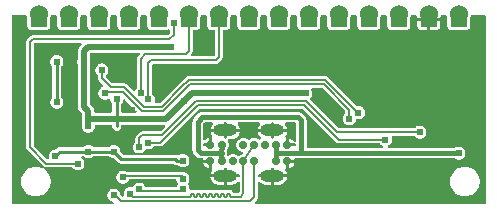
<source format=gbl>
G04 Layer: BottomLayer*
G04 EasyEDA v6.5.29, 2023-07-19 21:57:34*
G04 a2853ea9601d4119b13b16b9b4b396c2,5a6b42c53f6a479593ecc07194224c93,10*
G04 Gerber Generator version 0.2*
G04 Scale: 100 percent, Rotated: No, Reflected: No *
G04 Dimensions in millimeters *
G04 leading zeros omitted , absolute positions ,4 integer and 5 decimal *
%FSLAX45Y45*%
%MOMM*%

%AMMACRO1*21,1,$1,$2,0,0,$3*%
%ADD10C,0.1270*%
%ADD11C,0.2540*%
%ADD12C,0.5000*%
%ADD13C,0.3860*%
%ADD14MACRO1,1.2X1.4X-90.0000*%
%ADD15O,0.6999986X0.6999986*%
%ADD16O,1.9999959999999999X0.9999979999999999*%
%ADD17C,1.5240*%
%ADD18C,0.6096*%
%ADD19C,0.0103*%

%LPD*%
G36*
X1550212Y2165858D02*
G01*
X1546301Y2166620D01*
X1542999Y2168855D01*
X1540814Y2172106D01*
X1540052Y2176018D01*
X1540814Y2179929D01*
X1542999Y2183180D01*
X1546453Y2186635D01*
X1551025Y2192274D01*
X1554073Y2198268D01*
X1555851Y2204872D01*
X1556258Y2210206D01*
X1556258Y2380437D01*
X1557020Y2384298D01*
X1559255Y2387600D01*
X1562506Y2389835D01*
X1566418Y2390597D01*
X1593443Y2390597D01*
X1599742Y2391308D01*
X1605178Y2393238D01*
X1610106Y2396286D01*
X1614170Y2400401D01*
X1617268Y2405278D01*
X1619199Y2410764D01*
X1619910Y2417064D01*
X1619910Y2491232D01*
X1620469Y2494584D01*
X1622450Y2500325D01*
X1623618Y2505964D01*
X1624838Y2509164D01*
X1627124Y2511806D01*
X1630121Y2513482D01*
X1633575Y2514092D01*
X1668272Y2514092D01*
X1672539Y2513126D01*
X1675993Y2510485D01*
X1678076Y2506624D01*
X1681734Y2493213D01*
X1682089Y2490571D01*
X1682089Y2417064D01*
X1682800Y2410764D01*
X1684680Y2405278D01*
X1687779Y2400401D01*
X1691893Y2396286D01*
X1696770Y2393238D01*
X1702257Y2391308D01*
X1708556Y2390597D01*
X1735582Y2390597D01*
X1739493Y2389835D01*
X1742744Y2387600D01*
X1744980Y2384298D01*
X1745742Y2380437D01*
X1745742Y2176576D01*
X1744980Y2172665D01*
X1742236Y2168855D01*
X1738934Y2166620D01*
X1735023Y2165858D01*
G37*

%LPD*%
G36*
X963168Y1689201D02*
G01*
X959307Y1689963D01*
X956005Y1692198D01*
X953769Y1695500D01*
X953008Y1699361D01*
X953008Y1758391D01*
X953769Y1762302D01*
X956005Y1765604D01*
X957580Y1767179D01*
X963218Y1775206D01*
X967333Y1784096D01*
X970127Y1794713D01*
X972058Y1798523D01*
X975309Y1801164D01*
X979424Y1802282D01*
X983589Y1801622D01*
X987145Y1799336D01*
X1079906Y1706524D01*
X1082141Y1703273D01*
X1082903Y1699361D01*
X1082141Y1695500D01*
X1079906Y1692198D01*
X1076655Y1689963D01*
X1072743Y1689201D01*
G37*

%LPD*%
G36*
X734161Y1689201D02*
G01*
X730351Y1689963D01*
X727100Y1692097D01*
X724865Y1695246D01*
X724001Y1699056D01*
X723798Y1706270D01*
X723239Y1710588D01*
X722274Y1714957D01*
X720953Y1719173D01*
X719226Y1723288D01*
X717194Y1727200D01*
X714806Y1730959D01*
X712114Y1734464D01*
X708914Y1737969D01*
X688898Y1757984D01*
X686663Y1761286D01*
X685901Y1765198D01*
X685901Y2094992D01*
X686866Y2099310D01*
X687933Y2101646D01*
X690473Y2111095D01*
X691337Y2120900D01*
X690473Y2130704D01*
X687933Y2140153D01*
X686866Y2142490D01*
X685901Y2146808D01*
X685901Y2184501D01*
X686663Y2188413D01*
X688898Y2191664D01*
X691235Y2194001D01*
X694486Y2196236D01*
X698398Y2196998D01*
X1098143Y2196998D01*
X1102055Y2196236D01*
X1105306Y2194001D01*
X1107541Y2190699D01*
X1108303Y2186838D01*
X1107541Y2182926D01*
X1105306Y2179624D01*
X1095146Y2169464D01*
X1090574Y2163826D01*
X1087526Y2157831D01*
X1085748Y2151227D01*
X1085342Y2145893D01*
X1085342Y1905406D01*
X1084580Y1901494D01*
X1082344Y1898192D01*
X1074420Y1890369D01*
X1068781Y1882393D01*
X1067714Y1880057D01*
X1065428Y1876958D01*
X1062177Y1874875D01*
X1058367Y1874215D01*
X1054557Y1875028D01*
X1051356Y1877161D01*
X1001064Y1927453D01*
X995426Y1932025D01*
X989431Y1935073D01*
X982827Y1936851D01*
X977493Y1937257D01*
X881176Y1937257D01*
X877265Y1938020D01*
X873963Y1940255D01*
X822655Y1991563D01*
X820419Y1994865D01*
X819658Y1999183D01*
X820419Y2003094D01*
X822655Y2006396D01*
X830580Y2014220D01*
X836218Y2022246D01*
X840333Y2031136D01*
X842873Y2040636D01*
X843737Y2050389D01*
X842873Y2060193D01*
X840333Y2069693D01*
X836218Y2078583D01*
X830580Y2086610D01*
X823620Y2093569D01*
X815594Y2099208D01*
X806653Y2103374D01*
X797204Y2105914D01*
X787400Y2106777D01*
X777595Y2105914D01*
X768146Y2103374D01*
X759206Y2099208D01*
X751179Y2093569D01*
X744220Y2086610D01*
X738581Y2078583D01*
X734466Y2069693D01*
X731926Y2060193D01*
X731062Y2050389D01*
X731926Y2040636D01*
X734466Y2031136D01*
X738581Y2022246D01*
X744220Y2014220D01*
X752144Y2006396D01*
X754380Y2003094D01*
X755142Y1999183D01*
X755142Y1981707D01*
X755904Y1974494D01*
X757986Y1968093D01*
X761390Y1962150D01*
X764895Y1958086D01*
X798677Y1924304D01*
X800963Y1920748D01*
X801624Y1916582D01*
X800557Y1912518D01*
X797864Y1909216D01*
X784606Y1903018D01*
X776579Y1897380D01*
X769620Y1890420D01*
X763981Y1882393D01*
X759866Y1873453D01*
X757326Y1864004D01*
X756462Y1854200D01*
X757326Y1844395D01*
X759866Y1834946D01*
X763981Y1826006D01*
X769620Y1817979D01*
X776579Y1811020D01*
X784606Y1805381D01*
X793546Y1801266D01*
X802995Y1798726D01*
X812800Y1797862D01*
X822604Y1798726D01*
X832053Y1801266D01*
X840994Y1805381D01*
X842467Y1806448D01*
X846378Y1808124D01*
X850595Y1808022D01*
X854405Y1806244D01*
X857199Y1803044D01*
X858418Y1799031D01*
X858926Y1793595D01*
X861466Y1784146D01*
X865581Y1775206D01*
X871219Y1767179D01*
X872794Y1765604D01*
X875030Y1762302D01*
X875792Y1758391D01*
X875792Y1699361D01*
X875030Y1695500D01*
X872794Y1692198D01*
X869543Y1689963D01*
X865632Y1689201D01*
G37*

%LPD*%
G36*
X1939798Y1321003D02*
G01*
X1935734Y1322882D01*
X1930298Y1327150D01*
X1921459Y1331925D01*
X1911959Y1335227D01*
X1902002Y1336852D01*
X1891944Y1336852D01*
X1882038Y1335227D01*
X1872538Y1331925D01*
X1863699Y1327150D01*
X1862480Y1326184D01*
X1858416Y1324305D01*
X1853996Y1324305D01*
X1849932Y1326235D01*
X1847138Y1329690D01*
X1846072Y1334008D01*
X1846173Y1337970D01*
X1846935Y1342034D01*
X1846935Y1350365D01*
X1846021Y1356512D01*
X1846325Y1371041D01*
X1847088Y1374648D01*
X1850034Y1378813D01*
X1855520Y1387246D01*
X1859584Y1396441D01*
X1862023Y1406194D01*
X1862886Y1416202D01*
X1862023Y1426210D01*
X1859584Y1435963D01*
X1855520Y1445158D01*
X1853946Y1447596D01*
X1852422Y1451610D01*
X1852675Y1455928D01*
X1854758Y1459738D01*
X1858213Y1462379D01*
X1862480Y1463294D01*
X1881632Y1463294D01*
X1893316Y1464157D01*
X1904339Y1466697D01*
X1914906Y1470812D01*
X1924710Y1476502D01*
X1933600Y1483563D01*
X1941322Y1491894D01*
X1947722Y1501241D01*
X1952599Y1511452D01*
X1955952Y1522323D01*
X1956612Y1526489D01*
X1844700Y1526489D01*
X1844700Y1479143D01*
X1843836Y1475079D01*
X1841500Y1471726D01*
X1837994Y1469593D01*
X1833981Y1468983D01*
X1829968Y1470050D01*
X1824888Y1472539D01*
X1821942Y1474825D01*
X1819960Y1477975D01*
X1819300Y1481632D01*
X1819300Y1526489D01*
X1707388Y1526489D01*
X1707997Y1522323D01*
X1711350Y1511452D01*
X1716278Y1501241D01*
X1722170Y1492605D01*
X1723745Y1488998D01*
X1723796Y1485087D01*
X1722374Y1481429D01*
X1719681Y1478584D01*
X1719681Y1428902D01*
X1731111Y1428902D01*
X1735023Y1428140D01*
X1738325Y1425905D01*
X1740509Y1422603D01*
X1741271Y1418742D01*
X1741271Y1413662D01*
X1740509Y1409750D01*
X1738325Y1406499D01*
X1735023Y1404264D01*
X1731111Y1403502D01*
X1719681Y1403502D01*
X1719681Y1401572D01*
X1718919Y1397660D01*
X1716735Y1394409D01*
X1713433Y1392174D01*
X1709521Y1391412D01*
X1704441Y1391412D01*
X1700580Y1392174D01*
X1697278Y1394409D01*
X1695043Y1397660D01*
X1694281Y1401572D01*
X1694281Y1403502D01*
X1655572Y1403502D01*
X1651660Y1404264D01*
X1648409Y1406499D01*
X1646174Y1409750D01*
X1645412Y1413662D01*
X1645412Y1418742D01*
X1646174Y1422603D01*
X1648409Y1425905D01*
X1651660Y1428140D01*
X1655572Y1428902D01*
X1694281Y1428902D01*
X1694281Y1475587D01*
X1692046Y1475232D01*
X1682546Y1471930D01*
X1673707Y1467154D01*
X1665782Y1461008D01*
X1663039Y1458010D01*
X1659788Y1455674D01*
X1655825Y1454759D01*
X1651863Y1455470D01*
X1648460Y1457655D01*
X1646224Y1460957D01*
X1645412Y1464919D01*
X1645412Y1589989D01*
X1646174Y1593850D01*
X1648409Y1597152D01*
X1654048Y1602790D01*
X1657350Y1605026D01*
X1661210Y1605788D01*
X1717243Y1605788D01*
X1721104Y1605026D01*
X1724355Y1602892D01*
X1726590Y1599692D01*
X1727403Y1595882D01*
X1726793Y1592021D01*
X1724710Y1588719D01*
X1722678Y1586484D01*
X1716278Y1577136D01*
X1711350Y1566926D01*
X1707997Y1556105D01*
X1707388Y1551889D01*
X1819300Y1551889D01*
X1819300Y1595628D01*
X1820062Y1599539D01*
X1822246Y1602790D01*
X1825548Y1605026D01*
X1829460Y1605788D01*
X1834540Y1605788D01*
X1838401Y1605026D01*
X1841703Y1602790D01*
X1843938Y1599539D01*
X1844700Y1595628D01*
X1844700Y1551889D01*
X1956612Y1551889D01*
X1955952Y1556105D01*
X1952599Y1566926D01*
X1947722Y1577136D01*
X1941322Y1586484D01*
X1939239Y1588719D01*
X1937207Y1592021D01*
X1936546Y1595882D01*
X1937410Y1599692D01*
X1939594Y1602892D01*
X1942896Y1605026D01*
X1946706Y1605788D01*
X2117242Y1605788D01*
X2121103Y1605026D01*
X2124354Y1602892D01*
X2126589Y1599692D01*
X2127402Y1595882D01*
X2126792Y1592021D01*
X2124710Y1588719D01*
X2122678Y1586484D01*
X2116277Y1577136D01*
X2111349Y1566926D01*
X2107996Y1556105D01*
X2107387Y1551889D01*
X2219299Y1551889D01*
X2219299Y1595628D01*
X2220061Y1599539D01*
X2222246Y1602790D01*
X2225548Y1605026D01*
X2229459Y1605788D01*
X2234539Y1605788D01*
X2238400Y1605026D01*
X2241702Y1602790D01*
X2243937Y1599539D01*
X2244699Y1595628D01*
X2244699Y1551889D01*
X2356612Y1551889D01*
X2355951Y1556105D01*
X2352598Y1566926D01*
X2347722Y1577136D01*
X2341321Y1586484D01*
X2339238Y1588719D01*
X2337206Y1592021D01*
X2336546Y1595882D01*
X2337409Y1599692D01*
X2339594Y1602892D01*
X2342896Y1605026D01*
X2346706Y1605788D01*
X2421128Y1605788D01*
X2425039Y1605026D01*
X2428290Y1602790D01*
X2430526Y1599539D01*
X2431288Y1595628D01*
X2431288Y1446276D01*
X2430526Y1442415D01*
X2428341Y1439113D01*
X2425090Y1436928D01*
X2421229Y1436116D01*
X2417368Y1436827D01*
X2414066Y1438960D01*
X2411831Y1442212D01*
X2410510Y1445158D01*
X2405024Y1453591D01*
X2398217Y1461008D01*
X2390292Y1467154D01*
X2381453Y1471930D01*
X2371953Y1475232D01*
X2369667Y1475587D01*
X2369667Y1428902D01*
X2421128Y1428902D01*
X2425039Y1428140D01*
X2428290Y1425905D01*
X2430526Y1422603D01*
X2431288Y1418742D01*
X2431288Y1413662D01*
X2430526Y1409750D01*
X2428290Y1406448D01*
X2425039Y1404264D01*
X2421128Y1403502D01*
X2369667Y1403502D01*
X2369667Y1401572D01*
X2368905Y1397660D01*
X2366721Y1394409D01*
X2363419Y1392174D01*
X2359507Y1391412D01*
X2354427Y1391412D01*
X2350566Y1392174D01*
X2347264Y1394409D01*
X2345080Y1397660D01*
X2344267Y1401572D01*
X2344267Y1403502D01*
X2332888Y1403502D01*
X2328976Y1404264D01*
X2325674Y1406448D01*
X2323490Y1409750D01*
X2322728Y1413662D01*
X2322728Y1418742D01*
X2323490Y1422603D01*
X2325674Y1425905D01*
X2328976Y1428140D01*
X2332888Y1428902D01*
X2344267Y1428902D01*
X2344267Y1478584D01*
X2341575Y1481429D01*
X2340203Y1485087D01*
X2340254Y1488998D01*
X2341778Y1492605D01*
X2347722Y1501241D01*
X2352598Y1511452D01*
X2355951Y1522323D01*
X2356612Y1526489D01*
X2244699Y1526489D01*
X2244699Y1481632D01*
X2243988Y1477975D01*
X2242058Y1474825D01*
X2239060Y1472539D01*
X2233980Y1469999D01*
X2230018Y1468983D01*
X2225954Y1469542D01*
X2222449Y1471726D01*
X2220112Y1475079D01*
X2219299Y1479092D01*
X2219299Y1526489D01*
X2107387Y1526489D01*
X2107996Y1522323D01*
X2111349Y1511452D01*
X2116277Y1501241D01*
X2122678Y1491894D01*
X2130399Y1483563D01*
X2132380Y1481988D01*
X2134768Y1479245D01*
X2136038Y1475841D01*
X2135987Y1472184D01*
X2134717Y1468780D01*
X2132279Y1466037D01*
X2128266Y1462887D01*
X2124202Y1461008D01*
X2119782Y1461008D01*
X2115769Y1462887D01*
X2110282Y1467154D01*
X2101443Y1471930D01*
X2091943Y1475232D01*
X2082038Y1476857D01*
X2071979Y1476857D01*
X2062073Y1475232D01*
X2052574Y1471930D01*
X2043734Y1467154D01*
X2038248Y1462887D01*
X2034235Y1461008D01*
X2029764Y1461008D01*
X2025751Y1462887D01*
X2020265Y1467154D01*
X2011425Y1471930D01*
X2001926Y1475232D01*
X1992020Y1476857D01*
X1981962Y1476857D01*
X1972056Y1475232D01*
X1962556Y1471930D01*
X1953717Y1467154D01*
X1945792Y1461008D01*
X1938934Y1453591D01*
X1933448Y1445158D01*
X1929434Y1435963D01*
X1926945Y1426210D01*
X1926132Y1416202D01*
X1926945Y1406194D01*
X1929434Y1396441D01*
X1933448Y1387246D01*
X1938934Y1378813D01*
X1945792Y1371396D01*
X1953717Y1365250D01*
X1962556Y1360474D01*
X1972056Y1357172D01*
X1977847Y1356207D01*
X1981657Y1354785D01*
X1984552Y1351940D01*
X1986127Y1348232D01*
X1986127Y1344168D01*
X1984552Y1340459D01*
X1981657Y1337614D01*
X1977847Y1336192D01*
X1972056Y1335227D01*
X1962556Y1331925D01*
X1953717Y1327150D01*
X1948230Y1322882D01*
X1944217Y1321003D01*
G37*

%LPD*%
G36*
X329996Y1295552D02*
G01*
X325628Y1296111D01*
X321919Y1298498D01*
X213055Y1407363D01*
X210820Y1410665D01*
X210058Y1414576D01*
X210058Y2268423D01*
X210820Y2272334D01*
X213563Y2276144D01*
X216865Y2278380D01*
X220776Y2279142D01*
X607822Y2279142D01*
X611682Y2278380D01*
X614984Y2276144D01*
X617220Y2272893D01*
X617982Y2268982D01*
X617220Y2265070D01*
X614984Y2261819D01*
X599135Y2245969D01*
X595985Y2242515D01*
X593293Y2239010D01*
X590905Y2235250D01*
X588873Y2231288D01*
X587146Y2227224D01*
X585825Y2222957D01*
X584860Y2218639D01*
X584301Y2214219D01*
X584098Y2209596D01*
X584098Y2146808D01*
X583133Y2142490D01*
X582066Y2140153D01*
X579526Y2130704D01*
X578662Y2120900D01*
X579526Y2111095D01*
X582066Y2101646D01*
X583133Y2099310D01*
X584098Y2094992D01*
X584098Y1740103D01*
X584301Y1735480D01*
X584860Y1731060D01*
X585825Y1726742D01*
X587197Y1722475D01*
X588873Y1718360D01*
X590905Y1714449D01*
X593293Y1710689D01*
X596036Y1707184D01*
X599186Y1703730D01*
X619201Y1683664D01*
X621436Y1680362D01*
X622198Y1676501D01*
X622198Y1600708D01*
X621233Y1596390D01*
X620166Y1594053D01*
X617626Y1584604D01*
X616762Y1574800D01*
X617626Y1564995D01*
X620166Y1555546D01*
X624281Y1546606D01*
X629920Y1538579D01*
X636879Y1531620D01*
X644906Y1525981D01*
X653846Y1521866D01*
X663295Y1519326D01*
X673100Y1518462D01*
X682904Y1519326D01*
X692353Y1521866D01*
X701294Y1525981D01*
X709320Y1531620D01*
X716280Y1538579D01*
X721918Y1546606D01*
X726033Y1555546D01*
X728573Y1564995D01*
X729437Y1574800D01*
X729335Y1576324D01*
X729792Y1580489D01*
X731926Y1584096D01*
X735330Y1586534D01*
X739444Y1587398D01*
X865632Y1587398D01*
X869543Y1586636D01*
X872794Y1584401D01*
X875030Y1581099D01*
X875792Y1577238D01*
X875792Y1575308D01*
X876604Y1567281D01*
X878789Y1560017D01*
X882345Y1553362D01*
X887120Y1547520D01*
X892962Y1542745D01*
X899668Y1539189D01*
X906881Y1536954D01*
X914400Y1536242D01*
X921918Y1536954D01*
X929182Y1539189D01*
X935837Y1542745D01*
X941679Y1547520D01*
X946454Y1553362D01*
X950010Y1560017D01*
X952195Y1567281D01*
X953008Y1575308D01*
X953008Y1577238D01*
X953769Y1581099D01*
X956005Y1584401D01*
X959307Y1586636D01*
X963168Y1587398D01*
X1314043Y1587398D01*
X1317904Y1586636D01*
X1321206Y1584401D01*
X1323441Y1581099D01*
X1324203Y1577238D01*
X1323441Y1573326D01*
X1321206Y1570024D01*
X1285036Y1533855D01*
X1281734Y1531620D01*
X1277823Y1530858D01*
X1130808Y1530858D01*
X1123594Y1530096D01*
X1117193Y1528013D01*
X1111250Y1524609D01*
X1107186Y1521104D01*
X1082446Y1496364D01*
X1077874Y1490726D01*
X1074826Y1484731D01*
X1073048Y1478127D01*
X1072642Y1472793D01*
X1072642Y1448206D01*
X1071880Y1444294D01*
X1069644Y1440992D01*
X1061720Y1433169D01*
X1056081Y1425194D01*
X1051966Y1416253D01*
X1049426Y1406804D01*
X1048562Y1397000D01*
X1049426Y1387195D01*
X1051966Y1377746D01*
X1056081Y1368806D01*
X1061720Y1360779D01*
X1068679Y1353820D01*
X1070660Y1352448D01*
X1073556Y1349349D01*
X1074928Y1345285D01*
X1074521Y1341069D01*
X1072438Y1337360D01*
X1068984Y1334871D01*
X1064818Y1333957D01*
X972718Y1333957D01*
X968806Y1334719D01*
X965504Y1336954D01*
X948131Y1354328D01*
X946099Y1357223D01*
X945184Y1360627D01*
X944473Y1368704D01*
X941933Y1378153D01*
X937818Y1387094D01*
X932180Y1395120D01*
X925220Y1402080D01*
X917194Y1407718D01*
X908253Y1411833D01*
X898804Y1414373D01*
X889000Y1415237D01*
X879195Y1414373D01*
X869746Y1411833D01*
X860806Y1407718D01*
X852779Y1402080D01*
X851204Y1400505D01*
X847902Y1398270D01*
X844042Y1397508D01*
X718108Y1397508D01*
X714197Y1398270D01*
X710895Y1400505D01*
X709320Y1402080D01*
X701294Y1407718D01*
X692353Y1411833D01*
X682904Y1414373D01*
X673100Y1415237D01*
X663295Y1414373D01*
X653846Y1411833D01*
X644906Y1407718D01*
X636879Y1402080D01*
X635304Y1400505D01*
X632002Y1398270D01*
X628091Y1397508D01*
X432308Y1397508D01*
X424281Y1396695D01*
X417068Y1394510D01*
X410362Y1390954D01*
X404164Y1385824D01*
X398221Y1379931D01*
X395325Y1377899D01*
X391922Y1376984D01*
X383895Y1376273D01*
X374446Y1373733D01*
X365506Y1369618D01*
X357479Y1363980D01*
X350520Y1357020D01*
X344881Y1348994D01*
X340766Y1340053D01*
X338226Y1330604D01*
X337362Y1320800D01*
X338226Y1310995D01*
X338937Y1308303D01*
X339140Y1303883D01*
X337464Y1299819D01*
X334213Y1296873D01*
G37*

%LPC*%
G36*
X406400Y1721662D02*
G01*
X416204Y1722526D01*
X425653Y1725066D01*
X434593Y1729181D01*
X442620Y1734820D01*
X449580Y1741779D01*
X455218Y1749806D01*
X459333Y1758746D01*
X461873Y1768195D01*
X462737Y1778000D01*
X461873Y1787804D01*
X459333Y1797253D01*
X455218Y1806193D01*
X449580Y1814220D01*
X448005Y1815795D01*
X445770Y1819097D01*
X445008Y1823008D01*
X445008Y2075891D01*
X445770Y2079802D01*
X448005Y2083104D01*
X449580Y2084679D01*
X455218Y2092706D01*
X459333Y2101646D01*
X461873Y2111095D01*
X462737Y2120900D01*
X461873Y2130704D01*
X459333Y2140153D01*
X455218Y2149094D01*
X449580Y2157120D01*
X442620Y2164080D01*
X434593Y2169718D01*
X425653Y2173833D01*
X416204Y2176373D01*
X406400Y2177237D01*
X396595Y2176373D01*
X387146Y2173833D01*
X378206Y2169718D01*
X370179Y2164080D01*
X363220Y2157120D01*
X357581Y2149094D01*
X353466Y2140153D01*
X350926Y2130704D01*
X350062Y2120900D01*
X350926Y2111095D01*
X353466Y2101646D01*
X357581Y2092706D01*
X363220Y2084679D01*
X364794Y2083104D01*
X367030Y2079802D01*
X367792Y2075891D01*
X367792Y1823008D01*
X367030Y1819097D01*
X364794Y1815795D01*
X363220Y1814220D01*
X357581Y1806193D01*
X353466Y1797253D01*
X350926Y1787804D01*
X350062Y1778000D01*
X350926Y1768195D01*
X353466Y1758746D01*
X357581Y1749806D01*
X363220Y1741779D01*
X370179Y1734820D01*
X378206Y1729181D01*
X387146Y1725066D01*
X396595Y1722526D01*
G37*

%LPD*%
G36*
X2089962Y914908D02*
G01*
X2086051Y915669D01*
X2082749Y917905D01*
X2080564Y921156D01*
X2079802Y925068D01*
X2080564Y928979D01*
X2082749Y932230D01*
X2099411Y948893D01*
X2103983Y954532D01*
X2107031Y960526D01*
X2108809Y967181D01*
X2109266Y972464D01*
X2109266Y1094486D01*
X2110028Y1098397D01*
X2112314Y1101750D01*
X2115667Y1103934D01*
X2119630Y1104646D01*
X2123592Y1103731D01*
X2126843Y1101394D01*
X2130399Y1097584D01*
X2139238Y1090523D01*
X2149043Y1084834D01*
X2159609Y1080668D01*
X2170684Y1078179D01*
X2182368Y1077315D01*
X2219299Y1077315D01*
X2219299Y1140510D01*
X2119426Y1140510D01*
X2115515Y1141272D01*
X2112213Y1143457D01*
X2110028Y1146759D01*
X2109266Y1150670D01*
X2109266Y1155750D01*
X2110028Y1159611D01*
X2112213Y1162913D01*
X2115515Y1165148D01*
X2119426Y1165910D01*
X2219299Y1165910D01*
X2219299Y1213307D01*
X2220112Y1217320D01*
X2222449Y1220673D01*
X2225954Y1222806D01*
X2230018Y1223416D01*
X2233980Y1222400D01*
X2239060Y1219860D01*
X2242058Y1217574D01*
X2243988Y1214424D01*
X2244699Y1210767D01*
X2244699Y1165910D01*
X2356612Y1165910D01*
X2355951Y1170076D01*
X2352598Y1180947D01*
X2347722Y1191158D01*
X2341778Y1199794D01*
X2340254Y1203401D01*
X2340203Y1207312D01*
X2341575Y1210970D01*
X2344267Y1213815D01*
X2344267Y1263497D01*
X2332888Y1263497D01*
X2328976Y1264259D01*
X2325674Y1266494D01*
X2323490Y1269746D01*
X2322728Y1273657D01*
X2322728Y1278737D01*
X2323490Y1282649D01*
X2325674Y1285900D01*
X2328976Y1288135D01*
X2332888Y1288897D01*
X2344267Y1288897D01*
X2344267Y1290828D01*
X2345080Y1294739D01*
X2347264Y1297990D01*
X2350566Y1300226D01*
X2354427Y1300988D01*
X2359507Y1300988D01*
X2363419Y1300226D01*
X2366721Y1297990D01*
X2368905Y1294739D01*
X2369667Y1290828D01*
X2369667Y1288897D01*
X2416454Y1288897D01*
X2416251Y1291996D01*
X2417318Y1295501D01*
X2419604Y1298397D01*
X2422702Y1300327D01*
X2426360Y1300988D01*
X3773474Y1300988D01*
X3776522Y1300530D01*
X3779316Y1299159D01*
X3781806Y1297381D01*
X3790746Y1293266D01*
X3800195Y1290726D01*
X3810000Y1289862D01*
X3819804Y1290726D01*
X3829253Y1293266D01*
X3838194Y1297381D01*
X3846220Y1303020D01*
X3853179Y1309979D01*
X3858818Y1318006D01*
X3862933Y1326946D01*
X3865473Y1336395D01*
X3866337Y1346200D01*
X3865473Y1356004D01*
X3862933Y1365453D01*
X3858818Y1374394D01*
X3853179Y1382420D01*
X3846220Y1389380D01*
X3838194Y1395018D01*
X3829253Y1399133D01*
X3819804Y1401673D01*
X3810000Y1402537D01*
X3800195Y1401673D01*
X3790746Y1399133D01*
X3781806Y1395018D01*
X3779316Y1393240D01*
X3776522Y1391869D01*
X3773474Y1391412D01*
X3218180Y1391412D01*
X3214370Y1392174D01*
X3211068Y1394307D01*
X3208883Y1397508D01*
X3208020Y1401318D01*
X3208680Y1405178D01*
X3210763Y1408480D01*
X3213912Y1410766D01*
X3215894Y1411681D01*
X3223920Y1417320D01*
X3230880Y1424279D01*
X3236518Y1432306D01*
X3240633Y1441246D01*
X3243173Y1450695D01*
X3244037Y1460500D01*
X3243173Y1470304D01*
X3240887Y1478940D01*
X3240582Y1482648D01*
X3241649Y1486204D01*
X3243884Y1489151D01*
X3247034Y1491081D01*
X3250692Y1491742D01*
X3428593Y1491742D01*
X3432505Y1490980D01*
X3435807Y1488744D01*
X3443630Y1480820D01*
X3451606Y1475181D01*
X3460546Y1471066D01*
X3469995Y1468526D01*
X3479800Y1467662D01*
X3489604Y1468526D01*
X3499053Y1471066D01*
X3507994Y1475181D01*
X3516020Y1480820D01*
X3522979Y1487779D01*
X3528618Y1495806D01*
X3532733Y1504746D01*
X3535273Y1514195D01*
X3536137Y1524000D01*
X3535273Y1533804D01*
X3532733Y1543253D01*
X3528618Y1552194D01*
X3522979Y1560220D01*
X3516020Y1567180D01*
X3507994Y1572818D01*
X3499053Y1576933D01*
X3489604Y1579473D01*
X3479800Y1580337D01*
X3469995Y1579473D01*
X3460546Y1576933D01*
X3451606Y1572818D01*
X3443630Y1567180D01*
X3435807Y1559255D01*
X3432505Y1557020D01*
X3428593Y1556258D01*
X2798876Y1556258D01*
X2794965Y1557020D01*
X2791663Y1559255D01*
X2552547Y1798370D01*
X2550312Y1801672D01*
X2549550Y1805584D01*
X2550312Y1809445D01*
X2552547Y1812747D01*
X2557780Y1817979D01*
X2563418Y1826006D01*
X2567533Y1834946D01*
X2570073Y1844395D01*
X2570937Y1854200D01*
X2570073Y1864004D01*
X2567584Y1873453D01*
X2562707Y1883613D01*
X2561742Y1887575D01*
X2562352Y1891588D01*
X2564536Y1894992D01*
X2567889Y1897329D01*
X2571851Y1898142D01*
X2649423Y1898142D01*
X2653334Y1897380D01*
X2656636Y1895144D01*
X2847644Y1704136D01*
X2849880Y1700834D01*
X2850642Y1696923D01*
X2850642Y1689506D01*
X2849880Y1685594D01*
X2847644Y1682292D01*
X2839720Y1674469D01*
X2834081Y1666493D01*
X2829966Y1657553D01*
X2827426Y1648104D01*
X2826562Y1638300D01*
X2827426Y1628495D01*
X2829966Y1619046D01*
X2834081Y1610106D01*
X2839720Y1602079D01*
X2846679Y1595120D01*
X2854706Y1589481D01*
X2863646Y1585366D01*
X2873095Y1582826D01*
X2882900Y1581962D01*
X2892704Y1582826D01*
X2902153Y1585366D01*
X2911094Y1589481D01*
X2919120Y1595120D01*
X2926080Y1602079D01*
X2931718Y1610106D01*
X2935833Y1619046D01*
X2937764Y1626209D01*
X2939237Y1629410D01*
X2941777Y1631899D01*
X2944977Y1633372D01*
X2948482Y1633677D01*
X2959100Y1632762D01*
X2968904Y1633626D01*
X2978353Y1636166D01*
X2987294Y1640281D01*
X2995320Y1645920D01*
X3002280Y1652879D01*
X3007918Y1660906D01*
X3012033Y1669846D01*
X3014573Y1679295D01*
X3015437Y1689100D01*
X3014573Y1698904D01*
X3012033Y1708353D01*
X3007918Y1717293D01*
X3002280Y1725320D01*
X2995320Y1732280D01*
X2987294Y1737918D01*
X2978353Y1742033D01*
X2968904Y1744573D01*
X2959100Y1745437D01*
X2953969Y1744980D01*
X2949600Y1745589D01*
X2945892Y1747926D01*
X2702864Y1990953D01*
X2697226Y1995525D01*
X2691231Y1998573D01*
X2684627Y2000351D01*
X2679293Y2000757D01*
X1524508Y2000757D01*
X1517294Y1999996D01*
X1510893Y1997913D01*
X1504950Y1994509D01*
X1500886Y1991004D01*
X1285036Y1775155D01*
X1281734Y1772920D01*
X1277823Y1772157D01*
X1244092Y1772157D01*
X1240434Y1772818D01*
X1237284Y1774748D01*
X1235049Y1777695D01*
X1233982Y1781251D01*
X1234287Y1784959D01*
X1236573Y1793595D01*
X1237437Y1803400D01*
X1236573Y1813204D01*
X1234033Y1822653D01*
X1229918Y1831593D01*
X1224280Y1839569D01*
X1216355Y1847392D01*
X1214120Y1850694D01*
X1213358Y1854606D01*
X1213358Y2090623D01*
X1214120Y2094534D01*
X1216863Y2098344D01*
X1220165Y2100580D01*
X1224076Y2101342D01*
X1752092Y2101342D01*
X1759305Y2102104D01*
X1765706Y2104186D01*
X1771650Y2107590D01*
X1775714Y2111095D01*
X1800453Y2135835D01*
X1805025Y2141474D01*
X1808073Y2147468D01*
X1809851Y2154072D01*
X1810257Y2159406D01*
X1810257Y2380437D01*
X1811020Y2384298D01*
X1813255Y2387600D01*
X1816506Y2389835D01*
X1820418Y2390597D01*
X1847443Y2390597D01*
X1853742Y2391308D01*
X1859178Y2393238D01*
X1864106Y2396286D01*
X1868170Y2400401D01*
X1871268Y2405278D01*
X1873199Y2410764D01*
X1873910Y2417064D01*
X1873910Y2491232D01*
X1874469Y2494584D01*
X1876450Y2500325D01*
X1877618Y2505964D01*
X1878838Y2509164D01*
X1881124Y2511806D01*
X1884121Y2513482D01*
X1887575Y2514092D01*
X1922272Y2514092D01*
X1926539Y2513126D01*
X1929993Y2510485D01*
X1932076Y2506624D01*
X1935734Y2493213D01*
X1936089Y2490571D01*
X1936089Y2417064D01*
X1936800Y2410764D01*
X1938680Y2405278D01*
X1941779Y2400401D01*
X1945893Y2396286D01*
X1950770Y2393238D01*
X1956257Y2391308D01*
X1962556Y2390597D01*
X2101443Y2390597D01*
X2107742Y2391308D01*
X2113178Y2393238D01*
X2118106Y2396286D01*
X2122170Y2400401D01*
X2125268Y2405278D01*
X2127199Y2410764D01*
X2127910Y2417064D01*
X2127910Y2491232D01*
X2128469Y2494584D01*
X2130450Y2500325D01*
X2131618Y2505964D01*
X2132838Y2509164D01*
X2135124Y2511806D01*
X2138121Y2513482D01*
X2141575Y2514092D01*
X2176272Y2514092D01*
X2180539Y2513126D01*
X2183993Y2510485D01*
X2186076Y2506624D01*
X2189734Y2493213D01*
X2190089Y2490571D01*
X2190089Y2417064D01*
X2190800Y2410764D01*
X2192680Y2405278D01*
X2195779Y2400401D01*
X2199894Y2396286D01*
X2204770Y2393238D01*
X2210257Y2391308D01*
X2216556Y2390597D01*
X2355443Y2390597D01*
X2361742Y2391308D01*
X2367178Y2393238D01*
X2372106Y2396286D01*
X2376170Y2400401D01*
X2379268Y2405278D01*
X2381199Y2410764D01*
X2381910Y2417064D01*
X2381910Y2491232D01*
X2382469Y2494584D01*
X2384450Y2500325D01*
X2385618Y2505964D01*
X2386838Y2509164D01*
X2389124Y2511806D01*
X2392121Y2513482D01*
X2395575Y2514092D01*
X2430272Y2514092D01*
X2434539Y2513126D01*
X2437993Y2510485D01*
X2440076Y2506624D01*
X2443734Y2493213D01*
X2444089Y2490571D01*
X2444089Y2417064D01*
X2444800Y2410764D01*
X2446680Y2405278D01*
X2449779Y2400401D01*
X2453894Y2396286D01*
X2458770Y2393238D01*
X2464257Y2391308D01*
X2470556Y2390597D01*
X2609443Y2390597D01*
X2615742Y2391308D01*
X2621178Y2393238D01*
X2626106Y2396286D01*
X2630170Y2400401D01*
X2633268Y2405278D01*
X2635199Y2410764D01*
X2635910Y2417064D01*
X2635910Y2491232D01*
X2636469Y2494584D01*
X2638450Y2500325D01*
X2639618Y2505964D01*
X2640838Y2509164D01*
X2643124Y2511806D01*
X2646121Y2513482D01*
X2649575Y2514092D01*
X2684272Y2514092D01*
X2688539Y2513126D01*
X2691993Y2510485D01*
X2694076Y2506624D01*
X2697734Y2493213D01*
X2698089Y2490571D01*
X2698089Y2417064D01*
X2698800Y2410764D01*
X2700680Y2405278D01*
X2703779Y2400401D01*
X2707894Y2396286D01*
X2712770Y2393238D01*
X2718257Y2391308D01*
X2724556Y2390597D01*
X2863443Y2390597D01*
X2869742Y2391308D01*
X2875178Y2393238D01*
X2880106Y2396286D01*
X2884170Y2400401D01*
X2887268Y2405278D01*
X2889199Y2410764D01*
X2889910Y2417064D01*
X2889910Y2491232D01*
X2890469Y2494584D01*
X2892450Y2500325D01*
X2893618Y2505964D01*
X2894838Y2509164D01*
X2897124Y2511806D01*
X2900121Y2513482D01*
X2903575Y2514092D01*
X2938272Y2514092D01*
X2942539Y2513126D01*
X2945993Y2510485D01*
X2948076Y2506624D01*
X2951734Y2493213D01*
X2952089Y2490571D01*
X2952089Y2417064D01*
X2952800Y2410764D01*
X2954680Y2405278D01*
X2957779Y2400401D01*
X2961894Y2396286D01*
X2966770Y2393238D01*
X2972257Y2391308D01*
X2978556Y2390597D01*
X3117443Y2390597D01*
X3123742Y2391308D01*
X3129178Y2393238D01*
X3134106Y2396286D01*
X3138170Y2400401D01*
X3141268Y2405278D01*
X3143199Y2410764D01*
X3143910Y2417064D01*
X3143910Y2491232D01*
X3144469Y2494584D01*
X3146450Y2500325D01*
X3147618Y2505964D01*
X3148838Y2509164D01*
X3151124Y2511806D01*
X3154121Y2513482D01*
X3157575Y2514092D01*
X3192272Y2514092D01*
X3196539Y2513126D01*
X3199993Y2510485D01*
X3202076Y2506624D01*
X3205734Y2493213D01*
X3206089Y2490571D01*
X3206089Y2417064D01*
X3206800Y2410764D01*
X3208680Y2405278D01*
X3211779Y2400401D01*
X3215894Y2396286D01*
X3220770Y2393238D01*
X3226257Y2391308D01*
X3232556Y2390597D01*
X3371443Y2390597D01*
X3377742Y2391308D01*
X3383178Y2393238D01*
X3388106Y2396286D01*
X3392170Y2400401D01*
X3395268Y2405278D01*
X3397199Y2410764D01*
X3397910Y2417064D01*
X3397910Y2491232D01*
X3398469Y2494584D01*
X3400450Y2500325D01*
X3401618Y2505964D01*
X3402837Y2509164D01*
X3405124Y2511806D01*
X3408121Y2513482D01*
X3411575Y2514092D01*
X3446272Y2514092D01*
X3450539Y2513126D01*
X3453993Y2510485D01*
X3456076Y2506624D01*
X3459734Y2493213D01*
X3460089Y2489200D01*
X3543300Y2489200D01*
X3543300Y2503932D01*
X3544062Y2507843D01*
X3546297Y2511094D01*
X3549548Y2513330D01*
X3553460Y2514092D01*
X3558540Y2514092D01*
X3562451Y2513330D01*
X3565702Y2511094D01*
X3567937Y2507843D01*
X3568700Y2503932D01*
X3568700Y2489200D01*
X3651910Y2489200D01*
X3652469Y2494584D01*
X3654450Y2500325D01*
X3655618Y2505964D01*
X3656837Y2509164D01*
X3659124Y2511806D01*
X3662121Y2513482D01*
X3665575Y2514092D01*
X3700272Y2514092D01*
X3704539Y2513126D01*
X3707993Y2510485D01*
X3710076Y2506624D01*
X3713734Y2493213D01*
X3714089Y2490571D01*
X3714089Y2417064D01*
X3714800Y2410764D01*
X3716680Y2405278D01*
X3719779Y2400401D01*
X3723894Y2396286D01*
X3728770Y2393238D01*
X3734257Y2391308D01*
X3740556Y2390597D01*
X3879443Y2390597D01*
X3885742Y2391308D01*
X3891178Y2393238D01*
X3896106Y2396286D01*
X3900170Y2400401D01*
X3903268Y2405278D01*
X3905199Y2410764D01*
X3905910Y2417064D01*
X3905910Y2491232D01*
X3906469Y2494584D01*
X3908450Y2500325D01*
X3909618Y2505964D01*
X3910837Y2509164D01*
X3913124Y2511806D01*
X3916121Y2513482D01*
X3919575Y2514092D01*
X4027932Y2514092D01*
X4031843Y2513330D01*
X4035094Y2511094D01*
X4037329Y2507843D01*
X4038092Y2503932D01*
X4038092Y925068D01*
X4037329Y921156D01*
X4035094Y917905D01*
X4031843Y915669D01*
X4027932Y914908D01*
G37*

%LPC*%
G36*
X3486556Y2390597D02*
G01*
X3543300Y2390597D01*
X3543300Y2463800D01*
X3460089Y2463800D01*
X3460089Y2417064D01*
X3460800Y2410764D01*
X3462680Y2405278D01*
X3465779Y2400401D01*
X3469894Y2396286D01*
X3474770Y2393238D01*
X3480257Y2391308D01*
G37*
G36*
X2369667Y1216812D02*
G01*
X2371953Y1217168D01*
X2381453Y1220470D01*
X2390292Y1225245D01*
X2398217Y1231392D01*
X2405024Y1238808D01*
X2410510Y1247241D01*
X2414574Y1256436D01*
X2416352Y1263497D01*
X2369667Y1263497D01*
G37*
G36*
X3568700Y2390597D02*
G01*
X3625443Y2390597D01*
X3631742Y2391308D01*
X3637178Y2393238D01*
X3642106Y2396286D01*
X3646170Y2400401D01*
X3649268Y2405278D01*
X3651199Y2410764D01*
X3651910Y2417064D01*
X3651910Y2463800D01*
X3568700Y2463800D01*
G37*
G36*
X3860800Y979017D02*
G01*
X3875989Y979932D01*
X3890924Y982675D01*
X3905453Y987196D01*
X3919321Y993444D01*
X3932326Y1001318D01*
X3944264Y1010666D01*
X3955034Y1021435D01*
X3964381Y1033373D01*
X3972255Y1046378D01*
X3978503Y1060246D01*
X3983024Y1074775D01*
X3985768Y1089710D01*
X3986682Y1104900D01*
X3985768Y1120089D01*
X3983024Y1135024D01*
X3978503Y1149553D01*
X3972255Y1163421D01*
X3964381Y1176426D01*
X3955034Y1188364D01*
X3944264Y1199134D01*
X3932326Y1208481D01*
X3919321Y1216355D01*
X3905453Y1222603D01*
X3890924Y1227124D01*
X3875989Y1229868D01*
X3860800Y1230782D01*
X3845610Y1229868D01*
X3830675Y1227124D01*
X3816146Y1222603D01*
X3802278Y1216355D01*
X3789273Y1208481D01*
X3777335Y1199134D01*
X3766565Y1188364D01*
X3757218Y1176426D01*
X3749344Y1163421D01*
X3743096Y1149553D01*
X3738575Y1135024D01*
X3735832Y1120089D01*
X3734917Y1104900D01*
X3735832Y1089710D01*
X3738575Y1074775D01*
X3743096Y1060246D01*
X3749344Y1046378D01*
X3757218Y1033373D01*
X3766565Y1021435D01*
X3777335Y1010666D01*
X3789273Y1001318D01*
X3802278Y993444D01*
X3816146Y987196D01*
X3830675Y982675D01*
X3845610Y979932D01*
G37*
G36*
X2244699Y1077315D02*
G01*
X2281631Y1077315D01*
X2293315Y1078179D01*
X2304338Y1080668D01*
X2314905Y1084834D01*
X2324709Y1090523D01*
X2333599Y1097584D01*
X2341321Y1105865D01*
X2347722Y1115263D01*
X2352598Y1125474D01*
X2355951Y1136294D01*
X2356612Y1140510D01*
X2244699Y1140510D01*
G37*

%LPD*%
G36*
X36068Y914908D02*
G01*
X32156Y915669D01*
X28905Y917905D01*
X26670Y921156D01*
X25908Y925068D01*
X25908Y2503932D01*
X26670Y2507843D01*
X28905Y2511094D01*
X32156Y2513330D01*
X36068Y2514092D01*
X144272Y2514092D01*
X148539Y2513126D01*
X151993Y2510485D01*
X154076Y2506624D01*
X157734Y2493213D01*
X158089Y2490571D01*
X158089Y2417064D01*
X158800Y2410764D01*
X160680Y2405278D01*
X163779Y2400401D01*
X167894Y2396286D01*
X172770Y2393238D01*
X178257Y2391308D01*
X184556Y2390597D01*
X323443Y2390597D01*
X329742Y2391308D01*
X335178Y2393238D01*
X340106Y2396286D01*
X344170Y2400401D01*
X347268Y2405278D01*
X349199Y2410764D01*
X349910Y2417064D01*
X349910Y2491232D01*
X350469Y2494584D01*
X352450Y2500325D01*
X353618Y2505964D01*
X354838Y2509164D01*
X357124Y2511806D01*
X360121Y2513482D01*
X363575Y2514092D01*
X398272Y2514092D01*
X402539Y2513126D01*
X405993Y2510485D01*
X408076Y2506624D01*
X411734Y2493213D01*
X412089Y2490571D01*
X412089Y2417064D01*
X412800Y2410764D01*
X414680Y2405278D01*
X417779Y2400401D01*
X421893Y2396286D01*
X426770Y2393238D01*
X432257Y2391308D01*
X438556Y2390597D01*
X577443Y2390597D01*
X583742Y2391308D01*
X589178Y2393238D01*
X594106Y2396286D01*
X598170Y2400401D01*
X601268Y2405278D01*
X603199Y2410764D01*
X603910Y2417064D01*
X603910Y2491232D01*
X604469Y2494584D01*
X606450Y2500325D01*
X607618Y2505964D01*
X608838Y2509164D01*
X611124Y2511806D01*
X614121Y2513482D01*
X617575Y2514092D01*
X652272Y2514092D01*
X656539Y2513126D01*
X659993Y2510485D01*
X662076Y2506624D01*
X665734Y2493213D01*
X666089Y2490571D01*
X666089Y2417064D01*
X666800Y2410764D01*
X668680Y2405278D01*
X671779Y2400401D01*
X675894Y2396286D01*
X680770Y2393238D01*
X686257Y2391308D01*
X692556Y2390597D01*
X831443Y2390597D01*
X837742Y2391308D01*
X843178Y2393238D01*
X848106Y2396286D01*
X852169Y2400401D01*
X855268Y2405278D01*
X857199Y2410764D01*
X857910Y2417064D01*
X857910Y2491232D01*
X858469Y2494584D01*
X860450Y2500325D01*
X861618Y2505964D01*
X862837Y2509164D01*
X865124Y2511806D01*
X868121Y2513482D01*
X871575Y2514092D01*
X906271Y2514092D01*
X910539Y2513126D01*
X913993Y2510485D01*
X916076Y2506624D01*
X919734Y2493213D01*
X920089Y2490571D01*
X920089Y2417064D01*
X920800Y2410764D01*
X922680Y2405278D01*
X925779Y2400401D01*
X929894Y2396286D01*
X934770Y2393238D01*
X940257Y2391308D01*
X946556Y2390597D01*
X1085443Y2390597D01*
X1091742Y2391308D01*
X1097178Y2393238D01*
X1102106Y2396286D01*
X1106170Y2400401D01*
X1109268Y2405278D01*
X1111199Y2410764D01*
X1111910Y2417064D01*
X1111910Y2491232D01*
X1112469Y2494584D01*
X1114450Y2500325D01*
X1115618Y2505964D01*
X1116838Y2509164D01*
X1119124Y2511806D01*
X1122121Y2513482D01*
X1125575Y2514092D01*
X1160272Y2514092D01*
X1164539Y2513126D01*
X1167993Y2510485D01*
X1170076Y2506624D01*
X1173734Y2493213D01*
X1174089Y2490571D01*
X1174089Y2417064D01*
X1174800Y2410764D01*
X1176680Y2405278D01*
X1179779Y2400401D01*
X1183894Y2396286D01*
X1188770Y2393238D01*
X1194257Y2391308D01*
X1200556Y2390597D01*
X1339443Y2390597D01*
X1345742Y2391308D01*
X1351229Y2393238D01*
X1355039Y2393797D01*
X1358798Y2392883D01*
X1361948Y2390648D01*
X1364030Y2387396D01*
X1364742Y2383637D01*
X1364742Y2367076D01*
X1363980Y2363165D01*
X1361744Y2359863D01*
X1348536Y2346655D01*
X1345234Y2344420D01*
X1341323Y2343658D01*
X203708Y2343658D01*
X196494Y2342896D01*
X190093Y2340813D01*
X184150Y2337409D01*
X180086Y2333904D01*
X155346Y2309164D01*
X150774Y2303526D01*
X147726Y2297531D01*
X145948Y2290927D01*
X145542Y2285593D01*
X145542Y1397508D01*
X146304Y1390294D01*
X148386Y1383893D01*
X151790Y1377950D01*
X155295Y1373886D01*
X294640Y1234541D01*
X296875Y1231188D01*
X297637Y1227277D01*
X296773Y1223314D01*
X294538Y1220063D01*
X291134Y1217879D01*
X287223Y1217168D01*
X283311Y1218082D01*
X273253Y1222603D01*
X258724Y1227124D01*
X243789Y1229868D01*
X228600Y1230782D01*
X213410Y1229868D01*
X198475Y1227124D01*
X183946Y1222603D01*
X170078Y1216355D01*
X157073Y1208481D01*
X145135Y1199134D01*
X134366Y1188364D01*
X125018Y1176426D01*
X117144Y1163421D01*
X110896Y1149553D01*
X106375Y1135024D01*
X103632Y1120089D01*
X102717Y1104900D01*
X103632Y1089710D01*
X106375Y1074775D01*
X110896Y1060246D01*
X117144Y1046378D01*
X125018Y1033373D01*
X134366Y1021435D01*
X145135Y1010666D01*
X157073Y1001318D01*
X170078Y993444D01*
X183946Y987196D01*
X198475Y982675D01*
X213410Y979932D01*
X228600Y979017D01*
X243789Y979932D01*
X258724Y982675D01*
X273253Y987196D01*
X287121Y993444D01*
X300126Y1001318D01*
X312064Y1010666D01*
X322834Y1021435D01*
X332181Y1033373D01*
X340055Y1046378D01*
X346303Y1060246D01*
X350824Y1074775D01*
X353568Y1089710D01*
X354482Y1104900D01*
X353568Y1120089D01*
X350824Y1135024D01*
X346303Y1149553D01*
X340055Y1163421D01*
X332181Y1176426D01*
X322834Y1188364D01*
X312064Y1199134D01*
X299923Y1208684D01*
X297332Y1211630D01*
X296113Y1215390D01*
X296367Y1219352D01*
X298145Y1222857D01*
X301142Y1225448D01*
X304850Y1226718D01*
X308813Y1226464D01*
X312572Y1225448D01*
X317906Y1225042D01*
X532993Y1225042D01*
X536905Y1224280D01*
X540207Y1222044D01*
X548030Y1214120D01*
X556006Y1208481D01*
X564946Y1204366D01*
X574395Y1201826D01*
X584200Y1200962D01*
X594004Y1201826D01*
X603453Y1204366D01*
X612394Y1208481D01*
X620420Y1214120D01*
X627380Y1221079D01*
X633018Y1229106D01*
X637133Y1238046D01*
X639673Y1247495D01*
X640537Y1257300D01*
X639673Y1267104D01*
X637133Y1276553D01*
X633018Y1285494D01*
X627380Y1293520D01*
X620420Y1300480D01*
X618490Y1301800D01*
X615594Y1304899D01*
X614222Y1308963D01*
X614629Y1313180D01*
X616762Y1316888D01*
X620166Y1319377D01*
X624332Y1320292D01*
X628091Y1320292D01*
X632002Y1319530D01*
X635304Y1317294D01*
X636879Y1315720D01*
X644906Y1310081D01*
X653846Y1305966D01*
X663295Y1303426D01*
X673100Y1302562D01*
X682904Y1303426D01*
X692353Y1305966D01*
X701294Y1310081D01*
X709320Y1315720D01*
X710895Y1317294D01*
X714197Y1319530D01*
X718108Y1320292D01*
X843991Y1320292D01*
X847902Y1319530D01*
X851204Y1317294D01*
X852779Y1315720D01*
X860806Y1310081D01*
X869746Y1305966D01*
X879195Y1303426D01*
X887171Y1302715D01*
X890574Y1301800D01*
X893470Y1299768D01*
X924864Y1268425D01*
X931062Y1263294D01*
X937768Y1259738D01*
X944981Y1257554D01*
X953008Y1256741D01*
X1389837Y1256741D01*
X1393291Y1256131D01*
X1396288Y1254455D01*
X1400911Y1250645D01*
X1407617Y1247089D01*
X1414830Y1244904D01*
X1422857Y1244092D01*
X1428191Y1244092D01*
X1432102Y1243330D01*
X1435404Y1241094D01*
X1436979Y1239520D01*
X1445006Y1233881D01*
X1453946Y1229766D01*
X1463395Y1227226D01*
X1473200Y1226362D01*
X1483004Y1227226D01*
X1492453Y1229766D01*
X1501394Y1233881D01*
X1509420Y1239520D01*
X1516380Y1246479D01*
X1522018Y1254506D01*
X1526133Y1263446D01*
X1528673Y1272895D01*
X1529537Y1282700D01*
X1528673Y1292504D01*
X1526133Y1301953D01*
X1522018Y1310894D01*
X1516380Y1318920D01*
X1509420Y1325880D01*
X1501394Y1331518D01*
X1492453Y1335633D01*
X1483004Y1338173D01*
X1473200Y1339037D01*
X1463395Y1338173D01*
X1453946Y1335633D01*
X1445006Y1331518D01*
X1440789Y1328572D01*
X1437436Y1326997D01*
X1433728Y1326794D01*
X1430172Y1327912D01*
X1424432Y1330960D01*
X1417218Y1333195D01*
X1409192Y1333957D01*
X1144981Y1333957D01*
X1140815Y1334871D01*
X1137361Y1337360D01*
X1135278Y1341069D01*
X1134872Y1345285D01*
X1136243Y1349349D01*
X1139139Y1352448D01*
X1141120Y1353820D01*
X1148080Y1360779D01*
X1153718Y1368806D01*
X1156512Y1374902D01*
X1158544Y1377746D01*
X1161440Y1379778D01*
X1164844Y1380693D01*
X1168349Y1380388D01*
X1171295Y1379626D01*
X1181100Y1378762D01*
X1190904Y1379626D01*
X1200353Y1382166D01*
X1209294Y1386281D01*
X1217269Y1391920D01*
X1225092Y1399844D01*
X1228394Y1402080D01*
X1232306Y1402842D01*
X1282192Y1402842D01*
X1289405Y1403604D01*
X1295806Y1405686D01*
X1301750Y1409090D01*
X1305814Y1412595D01*
X1610563Y1717344D01*
X1613865Y1719580D01*
X1617776Y1720342D01*
X2484323Y1720342D01*
X2488234Y1719580D01*
X2491536Y1717344D01*
X2770835Y1438046D01*
X2776474Y1433474D01*
X2782468Y1430426D01*
X2789072Y1428648D01*
X2794406Y1428242D01*
X3136493Y1428242D01*
X3140405Y1427480D01*
X3143707Y1425244D01*
X3151530Y1417320D01*
X3159506Y1411681D01*
X3161487Y1410766D01*
X3164636Y1408480D01*
X3166719Y1405178D01*
X3167380Y1401318D01*
X3166516Y1397508D01*
X3164332Y1394307D01*
X3161030Y1392174D01*
X3157220Y1391412D01*
X2531872Y1391412D01*
X2527960Y1392174D01*
X2524709Y1394409D01*
X2522474Y1397660D01*
X2521712Y1401572D01*
X2521661Y1627327D01*
X2520442Y1635963D01*
X2517800Y1643837D01*
X2513736Y1651101D01*
X2508148Y1657908D01*
X2481834Y1684172D01*
X2474874Y1689404D01*
X2467406Y1693113D01*
X2459380Y1695399D01*
X2450642Y1696212D01*
X1636572Y1696161D01*
X1627936Y1694942D01*
X1620062Y1692300D01*
X1612798Y1688236D01*
X1605991Y1682648D01*
X1567027Y1643634D01*
X1561795Y1636674D01*
X1558086Y1629206D01*
X1555800Y1621180D01*
X1554988Y1612442D01*
X1555038Y1369872D01*
X1556258Y1361236D01*
X1558899Y1353362D01*
X1562963Y1346098D01*
X1568551Y1339291D01*
X1594866Y1313027D01*
X1601825Y1307795D01*
X1609293Y1304086D01*
X1617319Y1301800D01*
X1626057Y1300988D01*
X1637639Y1300988D01*
X1641246Y1300327D01*
X1644396Y1298397D01*
X1646631Y1295501D01*
X1647698Y1291996D01*
X1647494Y1288897D01*
X1694281Y1288897D01*
X1694281Y1290828D01*
X1695043Y1294739D01*
X1697278Y1297990D01*
X1700580Y1300226D01*
X1704441Y1300988D01*
X1709521Y1300988D01*
X1713433Y1300226D01*
X1716735Y1297990D01*
X1718919Y1294739D01*
X1719681Y1290828D01*
X1719681Y1288897D01*
X1731111Y1288897D01*
X1735023Y1288135D01*
X1738325Y1285900D01*
X1740509Y1282649D01*
X1741271Y1278737D01*
X1741271Y1273657D01*
X1740509Y1269746D01*
X1738325Y1266494D01*
X1735023Y1264259D01*
X1731111Y1263497D01*
X1719681Y1263497D01*
X1719681Y1213815D01*
X1722374Y1210970D01*
X1723796Y1207312D01*
X1723745Y1203401D01*
X1722170Y1199794D01*
X1716278Y1191158D01*
X1711350Y1180947D01*
X1707997Y1170076D01*
X1707388Y1165910D01*
X1819300Y1165910D01*
X1819300Y1210716D01*
X1819960Y1214424D01*
X1821942Y1217574D01*
X1824888Y1219809D01*
X1829968Y1222349D01*
X1833981Y1223416D01*
X1837994Y1222806D01*
X1841500Y1220673D01*
X1843836Y1217269D01*
X1844700Y1213256D01*
X1844700Y1165910D01*
X1944624Y1165910D01*
X1948535Y1165148D01*
X1951786Y1162913D01*
X1954022Y1159611D01*
X1954784Y1155750D01*
X1954784Y1150670D01*
X1954022Y1146759D01*
X1951786Y1143457D01*
X1948535Y1141272D01*
X1944624Y1140510D01*
X1844700Y1140510D01*
X1844700Y1077315D01*
X1881632Y1077315D01*
X1893316Y1078179D01*
X1904339Y1080668D01*
X1914906Y1084834D01*
X1924710Y1090523D01*
X1933600Y1097584D01*
X1937156Y1101445D01*
X1940458Y1103782D01*
X1944370Y1104696D01*
X1948332Y1103985D01*
X1951736Y1101801D01*
X1953971Y1098448D01*
X1954784Y1094536D01*
X1954784Y1020775D01*
X1954428Y1018082D01*
X1953107Y1015136D01*
X1950821Y1012494D01*
X1947773Y1010767D01*
X1944370Y1010158D01*
X1905812Y1010158D01*
X1902206Y1010818D01*
X1899056Y1012748D01*
X1896821Y1015644D01*
X1894992Y1019149D01*
X1890826Y1024839D01*
X1885848Y1029360D01*
X1880006Y1032713D01*
X1873605Y1034796D01*
X1866392Y1035558D01*
X1852523Y1035507D01*
X1845614Y1034338D01*
X1839569Y1031951D01*
X1836470Y1031290D01*
X1830222Y1032408D01*
X1822805Y1034796D01*
X1815592Y1035558D01*
X1801723Y1035507D01*
X1794814Y1034338D01*
X1788769Y1031951D01*
X1785670Y1031290D01*
X1779422Y1032408D01*
X1772005Y1034796D01*
X1764792Y1035558D01*
X1750923Y1035507D01*
X1744014Y1034338D01*
X1737969Y1031951D01*
X1734870Y1031290D01*
X1728622Y1032408D01*
X1721205Y1034796D01*
X1713992Y1035558D01*
X1700123Y1035507D01*
X1693214Y1034338D01*
X1687169Y1031951D01*
X1684070Y1031290D01*
X1677822Y1032408D01*
X1670405Y1034796D01*
X1663192Y1035558D01*
X1649323Y1035507D01*
X1642414Y1034338D01*
X1636369Y1031951D01*
X1633270Y1031290D01*
X1627022Y1032408D01*
X1619605Y1034796D01*
X1612392Y1035558D01*
X1598523Y1035507D01*
X1591614Y1034338D01*
X1585569Y1031951D01*
X1582470Y1031290D01*
X1576222Y1032408D01*
X1568805Y1034796D01*
X1561592Y1035558D01*
X1547723Y1035507D01*
X1541170Y1034389D01*
X1537004Y1034542D01*
X1533245Y1036370D01*
X1530553Y1039571D01*
X1529384Y1043533D01*
X1528673Y1051204D01*
X1526133Y1060653D01*
X1522018Y1069594D01*
X1513128Y1081938D01*
X1512366Y1085850D01*
X1513128Y1089761D01*
X1522018Y1102106D01*
X1526133Y1111046D01*
X1528673Y1120495D01*
X1529537Y1130300D01*
X1528673Y1140104D01*
X1526133Y1149553D01*
X1522018Y1158494D01*
X1516380Y1166520D01*
X1509420Y1173480D01*
X1501394Y1179118D01*
X1492453Y1183233D01*
X1487119Y1184757D01*
X1483106Y1186383D01*
X1476552Y1187754D01*
X1472946Y1187958D01*
X1002080Y1187958D01*
X999032Y1188415D01*
X996238Y1189786D01*
X993394Y1191818D01*
X984453Y1195933D01*
X975004Y1198473D01*
X965200Y1199337D01*
X955395Y1198473D01*
X945946Y1195933D01*
X937006Y1191818D01*
X928979Y1186180D01*
X922019Y1179220D01*
X916381Y1171194D01*
X912266Y1162253D01*
X909726Y1152804D01*
X908862Y1143000D01*
X909726Y1133195D01*
X912266Y1123746D01*
X916381Y1114806D01*
X922019Y1106779D01*
X928979Y1099820D01*
X937006Y1094181D01*
X945946Y1090066D01*
X955395Y1087526D01*
X965200Y1086662D01*
X975004Y1087526D01*
X984453Y1090066D01*
X993394Y1094181D01*
X1001420Y1099820D01*
X1008380Y1106779D01*
X1014018Y1114806D01*
X1015288Y1117600D01*
X1017524Y1120648D01*
X1020724Y1122730D01*
X1024483Y1123442D01*
X1409141Y1123442D01*
X1413408Y1122476D01*
X1416913Y1119835D01*
X1418945Y1115923D01*
X1420266Y1111046D01*
X1424381Y1102106D01*
X1433271Y1089761D01*
X1434033Y1085850D01*
X1433271Y1081938D01*
X1424381Y1069594D01*
X1423111Y1066800D01*
X1420876Y1063752D01*
X1417675Y1061669D01*
X1413916Y1060958D01*
X1164183Y1060958D01*
X1160424Y1061669D01*
X1157224Y1063752D01*
X1154988Y1066800D01*
X1153718Y1069594D01*
X1148080Y1077620D01*
X1141120Y1084580D01*
X1133094Y1090218D01*
X1124153Y1094333D01*
X1114704Y1096873D01*
X1104900Y1097737D01*
X1095095Y1096873D01*
X1085646Y1094333D01*
X1076706Y1090218D01*
X1068679Y1084580D01*
X1061720Y1077620D01*
X1056081Y1069594D01*
X1053287Y1063498D01*
X1051255Y1060653D01*
X1048359Y1058621D01*
X1044956Y1057706D01*
X1041450Y1058011D01*
X1038504Y1058773D01*
X1028700Y1059637D01*
X1018895Y1058773D01*
X1009446Y1056233D01*
X1000506Y1052118D01*
X992479Y1046480D01*
X985519Y1039520D01*
X979881Y1031494D01*
X975766Y1022553D01*
X973226Y1013104D01*
X972362Y1003300D01*
X973226Y993495D01*
X973937Y990803D01*
X974140Y986383D01*
X972464Y982319D01*
X969213Y979373D01*
X964996Y978052D01*
X960628Y978611D01*
X956919Y980998D01*
X947775Y990142D01*
X945743Y993038D01*
X944829Y996442D01*
X944473Y1000404D01*
X941933Y1009853D01*
X937818Y1018794D01*
X932180Y1026820D01*
X925220Y1033780D01*
X917194Y1039418D01*
X908253Y1043533D01*
X898804Y1046073D01*
X889000Y1046937D01*
X879195Y1046073D01*
X869746Y1043533D01*
X860806Y1039418D01*
X852779Y1033780D01*
X845819Y1026820D01*
X840181Y1018794D01*
X836066Y1009853D01*
X833526Y1000404D01*
X832662Y990600D01*
X833526Y980795D01*
X836066Y971346D01*
X840181Y962406D01*
X845819Y954379D01*
X852779Y947419D01*
X860806Y941781D01*
X869746Y937666D01*
X880059Y934872D01*
X883767Y932992D01*
X886409Y929792D01*
X887577Y925830D01*
X887018Y921715D01*
X884885Y918159D01*
X881481Y915771D01*
X877417Y914908D01*
G37*

%LPC*%
G36*
X1782368Y1077315D02*
G01*
X1819300Y1077315D01*
X1819300Y1140510D01*
X1707388Y1140510D01*
X1707997Y1136294D01*
X1711350Y1125474D01*
X1716278Y1115263D01*
X1722678Y1105865D01*
X1730400Y1097584D01*
X1739239Y1090523D01*
X1749043Y1084834D01*
X1759610Y1080668D01*
X1770684Y1078179D01*
G37*
G36*
X1694281Y1216812D02*
G01*
X1694281Y1263497D01*
X1647647Y1263497D01*
X1649425Y1256436D01*
X1653438Y1247241D01*
X1658924Y1238808D01*
X1665782Y1231392D01*
X1673707Y1225245D01*
X1682546Y1220470D01*
X1692046Y1217168D01*
G37*

%LPD*%
D10*
X1028700Y1003300D02*
G01*
X1054100Y977900D01*
X1536700Y977900D01*
X1549400Y1003300D01*
X1562100Y1003300D01*
X1574800Y977900D01*
X1587500Y977900D01*
X1600200Y1003300D01*
X1612900Y1003300D01*
X1625600Y977900D01*
X1638300Y977900D01*
X1651000Y1003300D01*
X1663700Y1003300D01*
X1676400Y977900D01*
X1689100Y977900D01*
X1701800Y1003300D01*
X1714500Y1003300D01*
X1727200Y977900D01*
X1739900Y977900D01*
X1752600Y1003300D01*
X1765300Y1003300D01*
X1778000Y977900D01*
X1790700Y977900D01*
X1803400Y1003300D01*
X1816100Y1003300D01*
X1828800Y977900D01*
X1841500Y977900D01*
X1854200Y1003300D01*
X1866900Y1003300D01*
X1879600Y977900D01*
X1968500Y977900D01*
X1987041Y1009142D01*
X1987041Y1276095D01*
X889000Y990600D02*
G01*
X901700Y990600D01*
X952500Y939800D01*
X2044700Y939800D01*
X2076983Y972083D01*
X2076983Y1276197D01*
D11*
X393700Y1320800D02*
G01*
X431800Y1358900D01*
X673100Y1358900D01*
D10*
X965200Y1143000D02*
G01*
X965200Y1155700D01*
X1473200Y1155700D01*
X1473200Y1130300D01*
X177800Y1460500D02*
G01*
X177800Y1397000D01*
X317500Y1257300D01*
X584200Y1257300D01*
X1104900Y1041400D02*
G01*
X1104900Y1028700D01*
X1460500Y1028700D01*
X1473200Y1041400D01*
D11*
X889000Y1358900D02*
G01*
X762000Y1358900D01*
X673100Y1358900D01*
D10*
X1397000Y2451100D02*
G01*
X1397000Y2349500D01*
X1358900Y2311400D01*
X203200Y2311400D01*
X177800Y2286000D01*
X177800Y1460500D01*
D12*
X635000Y2120900D02*
G01*
X635000Y2209800D01*
X673100Y2247900D01*
X1371600Y2247900D01*
D10*
X1054100Y1339997D02*
G01*
X1181100Y1339997D01*
X3479800Y1524000D02*
G01*
X2781300Y1524000D01*
X2514600Y1790700D01*
X1587500Y1790700D01*
X1295400Y1498600D01*
X1130300Y1498600D01*
X1104900Y1473200D01*
X1104900Y1397000D01*
X1181100Y1803400D02*
G01*
X1181100Y2108200D01*
X1206500Y2133600D01*
X1752600Y2133600D01*
X1778000Y2159000D01*
X1778000Y2540000D01*
X1117600Y1854200D02*
G01*
X1117600Y2146300D01*
X1155700Y2184400D01*
X1498600Y2184400D01*
X1524000Y2209800D01*
X1524000Y2540000D01*
X1460500Y1905000D02*
G01*
X1295400Y1739900D01*
X1143000Y1739900D01*
X977900Y1905000D01*
X863600Y1905000D01*
X787400Y1981200D01*
X787400Y2050287D01*
X1536700Y1930400D02*
G01*
X1308100Y1701800D01*
X1130300Y1701800D01*
X965200Y1866900D01*
X812800Y1866900D01*
X812800Y1854200D01*
X2882900Y1638300D02*
G01*
X2882900Y1714500D01*
X2667000Y1930400D01*
X1536700Y1930400D01*
X2959100Y1689100D02*
G01*
X2679700Y1968500D01*
X1524000Y1968500D01*
X1460500Y1905000D01*
D12*
X1485902Y1790697D02*
G01*
X1333502Y1638297D01*
X673102Y1638297D01*
X673102Y1701792D02*
G01*
X635002Y1739892D01*
X635002Y2120897D01*
X673102Y1574797D02*
G01*
X673102Y1701754D01*
X1485900Y1790700D02*
G01*
X1549400Y1854200D01*
X1625600Y1854200D01*
D10*
X3187700Y1460500D02*
G01*
X2794000Y1460500D01*
X2501900Y1752600D01*
X1600200Y1752600D01*
X1282700Y1435100D01*
X1181100Y1435100D01*
D12*
X2514600Y1854200D02*
G01*
X1625600Y1854200D01*
D13*
X1801977Y1346200D02*
G01*
X1625600Y1346200D01*
X1600200Y1371600D01*
X1600200Y1612900D01*
X1638300Y1651000D01*
X2451100Y1651000D01*
X2476500Y1625600D01*
X2476500Y1346200D01*
X2262002Y1346200D02*
G01*
X3759200Y1346200D01*
X3810000Y1346200D01*
D10*
X2076958Y1416304D02*
G01*
X1987041Y1276095D01*
D13*
X1802104Y1276095D02*
G01*
X1800580Y1346200D01*
X1802104Y1416304D01*
X2262124Y1276095D02*
G01*
X2260600Y1346200D01*
X2262124Y1416304D01*
D11*
X914402Y1803392D02*
G01*
X914402Y1574792D01*
X1473200Y1282700D02*
G01*
X1422356Y1282700D01*
X1409700Y1295356D01*
X952500Y1295356D01*
X889000Y1358856D01*
X406402Y2120897D02*
G01*
X406402Y1777997D01*
D14*
G01*
X2539989Y2476502D03*
G01*
X2285989Y2476502D03*
G01*
X2031989Y2476502D03*
G01*
X1269989Y2476502D03*
G01*
X1015989Y2476502D03*
G01*
X761989Y2476502D03*
G01*
X507989Y2476502D03*
G01*
X253989Y2476502D03*
G01*
X2793989Y2476502D03*
G01*
X3047989Y2476502D03*
G01*
X3301989Y2476502D03*
G01*
X3555989Y2476502D03*
G01*
X3809989Y2476502D03*
G01*
X1777989Y2476502D03*
G01*
X1523989Y2476502D03*
D15*
G01*
X1706981Y1416202D03*
G01*
X1801977Y1416202D03*
G01*
X1986991Y1416202D03*
G01*
X2076983Y1416202D03*
G01*
X2167000Y1416202D03*
G01*
X2261997Y1416202D03*
G01*
X2356993Y1416202D03*
G01*
X2356993Y1276197D03*
G01*
X2261997Y1276197D03*
G01*
X2076983Y1276197D03*
G01*
X1986991Y1276197D03*
G01*
X1896999Y1276197D03*
G01*
X1801977Y1276197D03*
G01*
X1706981Y1276197D03*
D16*
G01*
X2231974Y1153210D03*
G01*
X1831975Y1153210D03*
G01*
X2231974Y1539189D03*
G01*
X1831975Y1539189D03*
D17*
G01*
X254000Y2527300D03*
G01*
X762000Y2527300D03*
G01*
X1016000Y2527300D03*
G01*
X1270000Y2527300D03*
G01*
X1524000Y2527300D03*
G01*
X1778000Y2527300D03*
G01*
X2032000Y2527300D03*
G01*
X2286000Y2527300D03*
G01*
X2540000Y2527300D03*
G01*
X2794000Y2527300D03*
G01*
X3048000Y2527300D03*
G01*
X3302000Y2527300D03*
G01*
X3556000Y2527300D03*
G01*
X508000Y2527300D03*
G01*
X3810000Y2527300D03*
D18*
G01*
X1155700Y1562100D03*
G01*
X1295400Y1968500D03*
G01*
X711200Y1828800D03*
G01*
X393700Y1320800D03*
G01*
X406400Y2120900D03*
G01*
X1625600Y1854200D03*
G01*
X406400Y1778000D03*
G01*
X812800Y1485900D03*
G01*
X1041400Y1485900D03*
G01*
X1041400Y1714500D03*
G01*
X812800Y1714500D03*
G01*
X673100Y1574800D03*
G01*
X1485900Y1790700D03*
G01*
X1320800Y1231900D03*
G01*
X1181100Y1435100D03*
G01*
X1104900Y1397000D03*
G01*
X1473200Y1282700D03*
G01*
X965200Y1143000D03*
G01*
X1104900Y1041400D03*
G01*
X1473200Y1130300D03*
G01*
X1473200Y1041400D03*
G01*
X914400Y1803400D03*
G01*
X889000Y1358900D03*
G01*
X787400Y2050414D03*
G01*
X812800Y1854200D03*
G01*
X635000Y2120900D03*
G01*
X1371600Y2247900D03*
G01*
X673100Y1358900D03*
G01*
X1003300Y1358900D03*
G01*
X3810000Y1346200D03*
G01*
X533400Y2209800D03*
G01*
X317500Y1778000D03*
G01*
X520700Y1930400D03*
G01*
X76200Y1371600D03*
G01*
X127000Y2451100D03*
G01*
X76200Y965200D03*
G01*
X317500Y2120900D03*
G01*
X3937000Y2438400D03*
G01*
X1651000Y2438400D03*
G01*
X2514600Y1854200D03*
G01*
X3187700Y1460500D03*
G01*
X3479800Y1524000D03*
G01*
X2552700Y1587500D03*
G01*
X2959100Y1689100D03*
G01*
X2882900Y1638300D03*
G01*
X1981200Y2057400D03*
G01*
X2552700Y2298700D03*
G01*
X1905000Y2336800D03*
G01*
X1181100Y1803400D03*
G01*
X1117600Y1854200D03*
G01*
X1397000Y2451100D03*
G01*
X381000Y2451100D03*
G01*
X635000Y2451100D03*
G01*
X889000Y2451100D03*
G01*
X1143000Y2451100D03*
G01*
X1905000Y2438400D03*
G01*
X2159000Y2438400D03*
G01*
X2413000Y2438400D03*
G01*
X2667000Y2438400D03*
G01*
X2921000Y2438400D03*
G01*
X3175000Y2438400D03*
G01*
X3429000Y2438400D03*
G01*
X3683000Y2438400D03*
G01*
X584200Y1257300D03*
G01*
X3987800Y965200D03*
G01*
X889000Y990600D03*
G01*
X1028700Y1003300D03*
G01*
X1346200Y1092200D03*
M02*

</source>
